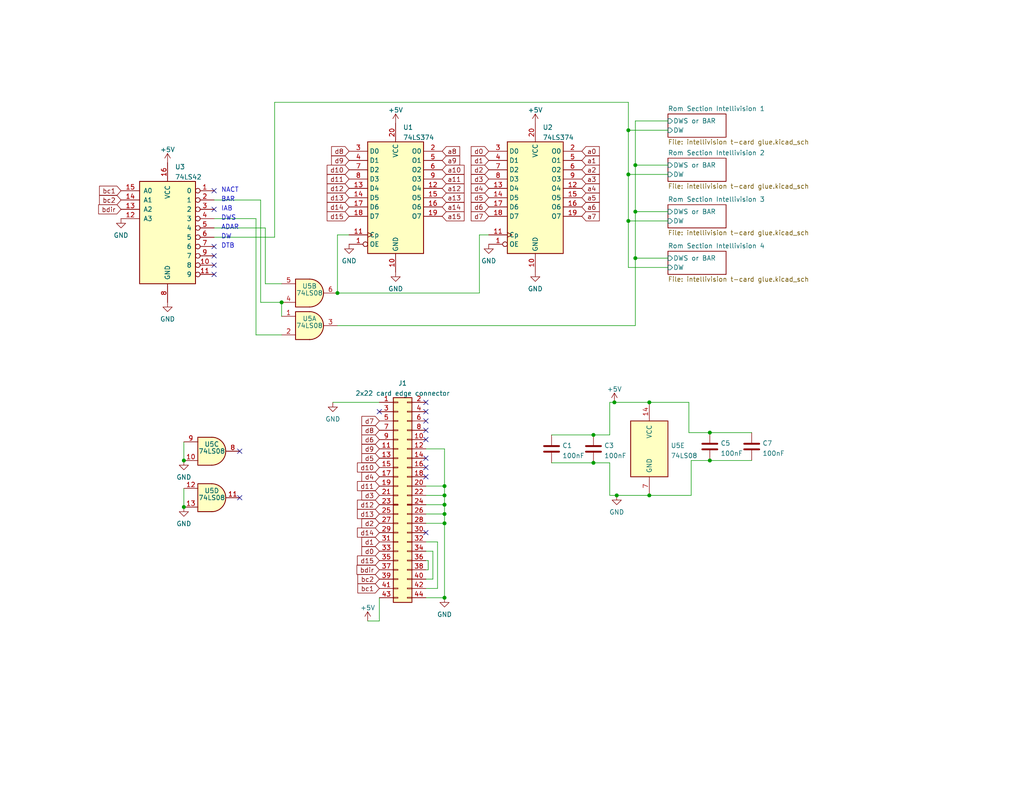
<source format=kicad_sch>
(kicad_sch (version 20211123) (generator eeschema)
  (paper "A")
  (lib_symbols
    (symbol "74xx:74LS08" (pin_names (offset 1.016))
      (property "Reference" "U" (at 0 1.27 0))
      (property "Value" "74LS08" (at 0 -1.27 0))
      (symbol "74LS08_1_1"
        (arc (start 0 -3.81) (mid 3.81 0) (end 0 3.81) (stroke (width 0.254)) (fill (type background)))
        (polyline (pts (xy 0 3.81) (xy -3.81 3.81) (xy -3.81 -3.81) (xy 0 -3.81)) (stroke (width 0.254)) (fill (type background)))
        (pin input line (at -7.62 2.54 0) (length 3.81) (name "~") (number "1"))
        (pin input line (at -7.62 -2.54 0) (length 3.81) (name "~") (number "2"))
        (pin output line (at 7.62 0 180) (length 3.81) (name "~") (number "3"))
      )
      (symbol "74LS08_1_2"
        (arc (start -3.81 -3.81) (mid -2.589 0) (end -3.81 3.81) (stroke (width 0.254)))
        (arc (start -0.6096 -3.81) (mid 2.1855 -2.584) (end 3.81 0) (stroke (width 0.254)) (fill (type background)))
        (polyline (pts (xy -3.81 -3.81) (xy -0.635 -3.81)) (stroke (width 0.254)) (fill (type background)))
        (polyline (pts (xy -3.81 3.81) (xy -0.635 3.81)) (stroke (width 0.254)) (fill (type background)))
        (polyline (pts (xy -0.635 3.81) (xy -3.81 3.81) (xy -3.81 3.81) (xy -3.556 3.4036) (xy -3.0226 2.2606) (xy -2.6924 1.0414) (xy -2.6162 -0.254) (xy -2.7686 -1.4986) (xy -3.175 -2.7178) (xy -3.81 -3.81) (xy -3.81 -3.81) (xy -0.635 -3.81)) (stroke (width -25.4)) (fill (type background)))
        (arc (start 3.81 0) (mid 2.1928 2.5925) (end -0.6096 3.81) (stroke (width 0.254)) (fill (type background)))
        (pin input inverted (at -7.62 2.54 0) (length 4.318) (name "~") (number "1"))
        (pin input inverted (at -7.62 -2.54 0) (length 4.318) (name "~") (number "2"))
        (pin output inverted (at 7.62 0 180) (length 3.81) (name "~") (number "3"))
      )
      (symbol "74LS08_2_1"
        (arc (start 0 -3.81) (mid 3.81 0) (end 0 3.81) (stroke (width 0.254)) (fill (type background)))
        (polyline (pts (xy 0 3.81) (xy -3.81 3.81) (xy -3.81 -3.81) (xy 0 -3.81)) (stroke (width 0.254)) (fill (type background)))
        (pin input line (at -7.62 2.54 0) (length 3.81) (name "~") (number "4"))
        (pin input line (at -7.62 -2.54 0) (length 3.81) (name "~") (number "5"))
        (pin output line (at 7.62 0 180) (length 3.81) (name "~") (number "6"))
      )
      (symbol "74LS08_2_2"
        (arc (start -3.81 -3.81) (mid -2.589 0) (end -3.81 3.81) (stroke (width 0.254)))
        (arc (start -0.6096 -3.81) (mid 2.1855 -2.584) (end 3.81 0) (stroke (width 0.254)) (fill (type background)))
        (polyline (pts (xy -3.81 -3.81) (xy -0.635 -3.81)) (stroke (width 0.254)) (fill (type background)))
        (polyline (pts (xy -3.81 3.81) (xy -0.635 3.81)) (stroke (width 0.254)) (fill (type background)))
        (polyline (pts (xy -0.635 3.81) (xy -3.81 3.81) (xy -3.81 3.81) (xy -3.556 3.4036) (xy -3.0226 2.2606) (xy -2.6924 1.0414) (xy -2.6162 -0.254) (xy -2.7686 -1.4986) (xy -3.175 -2.7178) (xy -3.81 -3.81) (xy -3.81 -3.81) (xy -0.635 -3.81)) (stroke (width -25.4)) (fill (type background)))
        (arc (start 3.81 0) (mid 2.1928 2.5925) (end -0.6096 3.81) (stroke (width 0.254)) (fill (type background)))
        (pin input inverted (at -7.62 2.54 0) (length 4.318) (name "~") (number "4"))
        (pin input inverted (at -7.62 -2.54 0) (length 4.318) (name "~") (number "5"))
        (pin output inverted (at 7.62 0 180) (length 3.81) (name "~") (number "6"))
      )
      (symbol "74LS08_3_1"
        (arc (start 0 -3.81) (mid 3.81 0) (end 0 3.81) (stroke (width 0.254)) (fill (type background)))
        (polyline (pts (xy 0 3.81) (xy -3.81 3.81) (xy -3.81 -3.81) (xy 0 -3.81)) (stroke (width 0.254)) (fill (type background)))
        (pin input line (at -7.62 -2.54 0) (length 3.81) (name "~") (number "10"))
        (pin output line (at 7.62 0 180) (length 3.81) (name "~") (number "8"))
        (pin input line (at -7.62 2.54 0) (length 3.81) (name "~") (number "9"))
      )
      (symbol "74LS08_3_2"
        (arc (start -3.81 -3.81) (mid -2.589 0) (end -3.81 3.81) (stroke (width 0.254)))
        (arc (start -0.6096 -3.81) (mid 2.1855 -2.584) (end 3.81 0) (stroke (width 0.254)) (fill (type background)))
        (polyline (pts (xy -3.81 -3.81) (xy -0.635 -3.81)) (stroke (width 0.254)) (fill (type background)))
        (polyline (pts (xy -3.81 3.81) (xy -0.635 3.81)) (stroke (width 0.254)) (fill (type background)))
        (polyline (pts (xy -0.635 3.81) (xy -3.81 3.81) (xy -3.81 3.81) (xy -3.556 3.4036) (xy -3.0226 2.2606) (xy -2.6924 1.0414) (xy -2.6162 -0.254) (xy -2.7686 -1.4986) (xy -3.175 -2.7178) (xy -3.81 -3.81) (xy -3.81 -3.81) (xy -0.635 -3.81)) (stroke (width -25.4)) (fill (type background)))
        (arc (start 3.81 0) (mid 2.1928 2.5925) (end -0.6096 3.81) (stroke (width 0.254)) (fill (type background)))
        (pin input inverted (at -7.62 -2.54 0) (length 4.318) (name "~") (number "10"))
        (pin output inverted (at 7.62 0 180) (length 3.81) (name "~") (number "8"))
        (pin input inverted (at -7.62 2.54 0) (length 4.318) (name "~") (number "9"))
      )
      (symbol "74LS08_4_1"
        (arc (start 0 -3.81) (mid 3.81 0) (end 0 3.81) (stroke (width 0.254)) (fill (type background)))
        (polyline (pts (xy 0 3.81) (xy -3.81 3.81) (xy -3.81 -3.81) (xy 0 -3.81)) (stroke (width 0.254)) (fill (type background)))
        (pin output line (at 7.62 0 180) (length 3.81) (name "~") (number "11"))
        (pin input line (at -7.62 2.54 0) (length 3.81) (name "~") (number "12"))
        (pin input line (at -7.62 -2.54 0) (length 3.81) (name "~") (number "13"))
      )
      (symbol "74LS08_4_2"
        (arc (start -3.81 -3.81) (mid -2.589 0) (end -3.81 3.81) (stroke (width 0.254)))
        (arc (start -0.6096 -3.81) (mid 2.1855 -2.584) (end 3.81 0) (stroke (width 0.254)) (fill (type background)))
        (polyline (pts (xy -3.81 -3.81) (xy -0.635 -3.81)) (stroke (width 0.254)) (fill (type background)))
        (polyline (pts (xy -3.81 3.81) (xy -0.635 3.81)) (stroke (width 0.254)) (fill (type background)))
        (polyline (pts (xy -0.635 3.81) (xy -3.81 3.81) (xy -3.81 3.81) (xy -3.556 3.4036) (xy -3.0226 2.2606) (xy -2.6924 1.0414) (xy -2.6162 -0.254) (xy -2.7686 -1.4986) (xy -3.175 -2.7178) (xy -3.81 -3.81) (xy -3.81 -3.81) (xy -0.635 -3.81)) (stroke (width -25.4)) (fill (type background)))
        (arc (start 3.81 0) (mid 2.1928 2.5925) (end -0.6096 3.81) (stroke (width 0.254)) (fill (type background)))
        (pin output inverted (at 7.62 0 180) (length 3.81) (name "~") (number "11"))
        (pin input inverted (at -7.62 2.54 0) (length 4.318) (name "~") (number "12"))
        (pin input inverted (at -7.62 -2.54 0) (length 4.318) (name "~") (number "13"))
      )
      (symbol "74LS08_5_0"
        (pin power_in line (at 0 12.7 270) (length 5.08) (name "VCC") (number "14"))
        (pin power_in line (at 0 -12.7 90) (length 5.08) (name "GND") (number "7"))
      )
      (symbol "74LS08_5_1"
        (rectangle (start -5.08 7.62) (end 5.08 -7.62) (stroke (width 0.254)) (fill (type background)))
      )
    )
    (symbol "74xx:74LS374"
      (property "Reference" "U" (at -7.62 16.51 0))
      (property "Value" "74LS374" (at -7.62 -16.51 0))
      (symbol "74LS374_1_0"
        (pin input inverted (at -12.7 -12.7 0) (length 5.08) (name "OE") (number "1"))
        (pin power_in line (at 0 -20.32 90) (length 5.08) (name "GND") (number "10"))
        (pin input clock (at -12.7 -10.16 0) (length 5.08) (name "Cp") (number "11"))
        (pin tri_state line (at 12.7 2.54 180) (length 5.08) (name "O4") (number "12"))
        (pin input line (at -12.7 2.54 0) (length 5.08) (name "D4") (number "13"))
        (pin input line (at -12.7 0 0) (length 5.08) (name "D5") (number "14"))
        (pin tri_state line (at 12.7 0 180) (length 5.08) (name "O5") (number "15"))
        (pin tri_state line (at 12.7 -2.54 180) (length 5.08) (name "O6") (number "16"))
        (pin input line (at -12.7 -2.54 0) (length 5.08) (name "D6") (number "17"))
        (pin input line (at -12.7 -5.08 0) (length 5.08) (name "D7") (number "18"))
        (pin tri_state line (at 12.7 -5.08 180) (length 5.08) (name "O7") (number "19"))
        (pin tri_state line (at 12.7 12.7 180) (length 5.08) (name "O0") (number "2"))
        (pin power_in line (at 0 20.32 270) (length 5.08) (name "VCC") (number "20"))
        (pin input line (at -12.7 12.7 0) (length 5.08) (name "D0") (number "3"))
        (pin input line (at -12.7 10.16 0) (length 5.08) (name "D1") (number "4"))
        (pin tri_state line (at 12.7 10.16 180) (length 5.08) (name "O1") (number "5"))
        (pin tri_state line (at 12.7 7.62 180) (length 5.08) (name "O2") (number "6"))
        (pin input line (at -12.7 7.62 0) (length 5.08) (name "D2") (number "7"))
        (pin input line (at -12.7 5.08 0) (length 5.08) (name "D3") (number "8"))
        (pin tri_state line (at 12.7 5.08 180) (length 5.08) (name "O3") (number "9"))
      )
      (symbol "74LS374_1_1"
        (rectangle (start -7.62 15.24) (end 7.62 -15.24) (stroke (width 0.254)) (fill (type background)))
      )
    )
    (symbol "74xx:74LS42" (pin_names (offset 1.016))
      (property "Reference" "U" (at -7.62 13.97 0))
      (property "Value" "74LS42" (at -7.62 -16.51 0))
      (symbol "74LS42_1_0"
        (pin output inverted (at 12.7 10.16 180) (length 5.08) (name "0") (number "1"))
        (pin output inverted (at 12.7 -10.16 180) (length 5.08) (name "8") (number "10"))
        (pin output inverted (at 12.7 -12.7 180) (length 5.08) (name "9") (number "11"))
        (pin input line (at -12.7 2.54 0) (length 5.08) (name "A3") (number "12"))
        (pin input line (at -12.7 5.08 0) (length 5.08) (name "A2") (number "13"))
        (pin input line (at -12.7 7.62 0) (length 5.08) (name "A1") (number "14"))
        (pin input line (at -12.7 10.16 0) (length 5.08) (name "A0") (number "15"))
        (pin power_in line (at 0 17.78 270) (length 5.08) (name "VCC") (number "16"))
        (pin output inverted (at 12.7 7.62 180) (length 5.08) (name "1") (number "2"))
        (pin output inverted (at 12.7 5.08 180) (length 5.08) (name "2") (number "3"))
        (pin output inverted (at 12.7 2.54 180) (length 5.08) (name "3") (number "4"))
        (pin output inverted (at 12.7 0 180) (length 5.08) (name "4") (number "5"))
        (pin output inverted (at 12.7 -2.54 180) (length 5.08) (name "5") (number "6"))
        (pin output inverted (at 12.7 -5.08 180) (length 5.08) (name "6") (number "7"))
        (pin power_in line (at 0 -20.32 90) (length 5.08) (name "GND") (number "8"))
        (pin output inverted (at 12.7 -7.62 180) (length 5.08) (name "7") (number "9"))
      )
      (symbol "74LS42_1_1"
        (rectangle (start -7.62 12.7) (end 7.62 -15.24) (stroke (width 0.254)) (fill (type background)))
      )
    )
    (symbol "Device:C" (pin_numbers hide) (pin_names (offset 0.254))
      (property "Reference" "C" (at 0.635 2.54 0))
      (property "Value" "C" (at 0.635 -2.54 0))
      (symbol "C_0_1"
        (polyline (pts (xy -2.032 -0.762) (xy 2.032 -0.762)) (stroke (width 0.508)))
        (polyline (pts (xy -2.032 0.762) (xy 2.032 0.762)) (stroke (width 0.508)))
      )
      (symbol "C_1_1"
        (pin passive line (at 0 3.81 270) (length 2.794) (name "~") (number "1"))
        (pin passive line (at 0 -3.81 90) (length 2.794) (name "~") (number "2"))
      )
    )
    (symbol "Evan's misc parts:2x22 card edge connector" (pin_names (offset 1.016) hide)
      (property "Reference" "J" (at 1.27 15.24 0))
      (property "Value" "2x22 card edge connector" (at 1.27 -43.18 0))
      (symbol "2x22 card edge connector_1_1"
        (rectangle (start -1.27 -40.513) (end 0 -40.767) (stroke (width 0.1524)))
        (rectangle (start -1.27 -37.973) (end 0 -38.227) (stroke (width 0.1524)))
        (rectangle (start -1.27 -35.433) (end 0 -35.687) (stroke (width 0.1524)))
        (rectangle (start -1.27 -32.893) (end 0 -33.147) (stroke (width 0.1524)))
        (rectangle (start -1.27 -30.353) (end 0 -30.607) (stroke (width 0.1524)))
        (rectangle (start -1.27 -27.813) (end 0 -28.067) (stroke (width 0.1524)))
        (rectangle (start -1.27 -25.273) (end 0 -25.527) (stroke (width 0.1524)))
        (rectangle (start -1.27 -22.733) (end 0 -22.987) (stroke (width 0.1524)))
        (rectangle (start -1.27 -20.193) (end 0 -20.447) (stroke (width 0.1524)))
        (rectangle (start -1.27 -17.653) (end 0 -17.907) (stroke (width 0.1524)))
        (rectangle (start -1.27 -15.113) (end 0 -15.367) (stroke (width 0.1524)))
        (rectangle (start -1.27 -15.113) (end 0 -15.367) (stroke (width 0.1524)))
        (rectangle (start -1.27 -12.573) (end 0 -12.827) (stroke (width 0.1524)))
        (rectangle (start -1.27 -10.033) (end 0 -10.287) (stroke (width 0.1524)))
        (rectangle (start -1.27 -7.493) (end 0 -7.747) (stroke (width 0.1524)))
        (rectangle (start -1.27 -4.953) (end 0 -5.207) (stroke (width 0.1524)))
        (rectangle (start -1.27 -2.413) (end 0 -2.667) (stroke (width 0.1524)))
        (rectangle (start -1.27 0.127) (end 0 -0.127) (stroke (width 0.1524)))
        (rectangle (start -1.27 2.667) (end 0 2.413) (stroke (width 0.1524)))
        (rectangle (start -1.27 5.207) (end 0 4.953) (stroke (width 0.1524)))
        (rectangle (start -1.27 7.747) (end 0 7.493) (stroke (width 0.1524)))
        (rectangle (start -1.27 10.287) (end 0 10.033) (stroke (width 0.1524)))
        (rectangle (start -1.27 12.827) (end 0 12.573) (stroke (width 0.1524)))
        (rectangle (start -1.27 13.97) (end 3.81 -41.91) (stroke (width 0.254)) (fill (type background)))
        (rectangle (start 3.81 -40.513) (end 2.54 -40.767) (stroke (width 0.1524)))
        (rectangle (start 3.81 -37.973) (end 2.54 -38.227) (stroke (width 0.1524)))
        (rectangle (start 3.81 -35.433) (end 2.54 -35.687) (stroke (width 0.1524)))
        (rectangle (start 3.81 -32.893) (end 2.54 -33.147) (stroke (width 0.1524)))
        (rectangle (start 3.81 -30.353) (end 2.54 -30.607) (stroke (width 0.1524)))
        (rectangle (start 3.81 -27.813) (end 2.54 -28.067) (stroke (width 0.1524)))
        (rectangle (start 3.81 -25.273) (end 2.54 -25.527) (stroke (width 0.1524)))
        (rectangle (start 3.81 -22.733) (end 2.54 -22.987) (stroke (width 0.1524)))
        (rectangle (start 3.81 -20.193) (end 2.54 -20.447) (stroke (width 0.1524)))
        (rectangle (start 3.81 -17.653) (end 2.54 -17.907) (stroke (width 0.1524)))
        (rectangle (start 3.81 -15.113) (end 2.54 -15.367) (stroke (width 0.1524)))
        (rectangle (start 3.81 -15.113) (end 2.54 -15.367) (stroke (width 0.1524)))
        (rectangle (start 3.81 -12.573) (end 2.54 -12.827) (stroke (width 0.1524)))
        (rectangle (start 3.81 -10.033) (end 2.54 -10.287) (stroke (width 0.1524)))
        (rectangle (start 3.81 -7.493) (end 2.54 -7.747) (stroke (width 0.1524)))
        (rectangle (start 3.81 -4.953) (end 2.54 -5.207) (stroke (width 0.1524)))
        (rectangle (start 3.81 -2.413) (end 2.54 -2.667) (stroke (width 0.1524)))
        (rectangle (start 3.81 0.127) (end 2.54 -0.127) (stroke (width 0.1524)))
        (rectangle (start 3.81 2.667) (end 2.54 2.413) (stroke (width 0.1524)))
        (rectangle (start 3.81 5.207) (end 2.54 4.953) (stroke (width 0.1524)))
        (rectangle (start 3.81 7.747) (end 2.54 7.493) (stroke (width 0.1524)))
        (rectangle (start 3.81 10.287) (end 2.54 10.033) (stroke (width 0.1524)))
        (rectangle (start 3.81 12.827) (end 2.54 12.573) (stroke (width 0.1524)))
        (pin passive line (at -5.08 12.7 0) (length 3.81) (name "Pin_1") (number "1"))
        (pin passive line (at 7.62 2.54 180) (length 3.81) (name "Pin_10") (number "10"))
        (pin passive line (at -5.08 0 0) (length 3.81) (name "Pin_11") (number "11"))
        (pin passive line (at 7.62 0 180) (length 3.81) (name "Pin_12") (number "12"))
        (pin passive line (at -5.08 -2.54 0) (length 3.81) (name "Pin_13") (number "13"))
        (pin passive line (at 7.62 -2.54 180) (length 3.81) (name "Pin_14") (number "14"))
        (pin passive line (at -5.08 -5.08 0) (length 3.81) (name "Pin_15") (number "15"))
        (pin passive line (at 7.62 -5.08 180) (length 3.81) (name "Pin_16") (number "16"))
        (pin passive line (at -5.08 -7.62 0) (length 3.81) (name "Pin_17") (number "17"))
        (pin passive line (at 7.62 -7.62 180) (length 3.81) (name "Pin_18") (number "18"))
        (pin passive line (at -5.08 -10.16 0) (length 3.81) (name "Pin_19") (number "19"))
        (pin passive line (at 7.62 12.7 180) (length 3.81) (name "Pin_2") (number "2"))
        (pin passive line (at 7.62 -10.16 180) (length 3.81) (name "Pin_20") (number "20"))
        (pin passive line (at -5.08 -12.7 0) (length 3.81) (name "Pin_21") (number "21"))
        (pin passive line (at 7.62 -12.7 180) (length 3.81) (name "Pin_22") (number "22"))
        (pin passive line (at -5.08 -15.24 0) (length 3.81) (name "Pin_23") (number "23"))
        (pin passive line (at 7.62 -15.24 180) (length 3.81) (name "Pin_24") (number "24"))
        (pin passive line (at -5.08 -17.78 0) (length 3.81) (name "Pin_25") (number "25"))
        (pin passive line (at 7.62 -17.78 180) (length 3.81) (name "Pin_26") (number "26"))
        (pin passive line (at -5.08 -20.32 0) (length 3.81) (name "Pin_27") (number "27"))
        (pin passive line (at 7.62 -20.32 180) (length 3.81) (name "Pin_28") (number "28"))
        (pin passive line (at -5.08 -22.86 0) (length 3.81) (name "Pin_29") (number "29"))
        (pin passive line (at -5.08 10.16 0) (length 3.81) (name "Pin_3") (number "3"))
        (pin passive line (at 7.62 -22.86 180) (length 3.81) (name "Pin_30") (number "30"))
        (pin passive line (at -5.08 -25.4 0) (length 3.81) (name "Pin_31") (number "31"))
        (pin passive line (at 7.62 -25.4 180) (length 3.81) (name "Pin_32") (number "32"))
        (pin passive line (at -5.08 -27.94 0) (length 3.81) (name "Pin_33") (number "33"))
        (pin passive line (at 7.62 -27.94 180) (length 3.81) (name "Pin_34") (number "34"))
        (pin passive line (at -5.08 -30.48 0) (length 3.81) (name "Pin_35") (number "35"))
        (pin passive line (at 7.62 -30.48 180) (length 3.81) (name "Pin_36") (number "36"))
        (pin passive line (at -5.08 -33.02 0) (length 3.81) (name "Pin_37") (number "37"))
        (pin passive line (at 7.62 -33.02 180) (length 3.81) (name "Pin_38") (number "38"))
        (pin passive line (at -5.08 -35.56 0) (length 3.81) (name "Pin_39") (number "39"))
        (pin passive line (at 7.62 10.16 180) (length 3.81) (name "Pin_4") (number "4"))
        (pin passive line (at 7.62 -35.56 180) (length 3.81) (name "Pin_40") (number "40"))
        (pin passive line (at -5.08 -38.1 0) (length 3.81) (name "Pin_41") (number "41"))
        (pin passive line (at 7.62 -38.1 180) (length 3.81) (name "Pin_42") (number "42"))
        (pin passive line (at -5.08 -40.64 0) (length 3.81) (name "Pin_43") (number "43"))
        (pin passive line (at 7.62 -40.64 180) (length 3.81) (name "Pin_44") (number "44"))
        (pin passive line (at -5.08 7.62 0) (length 3.81) (name "Pin_5") (number "5"))
        (pin passive line (at 7.62 7.62 180) (length 3.81) (name "Pin_6") (number "6"))
        (pin passive line (at -5.08 5.08 0) (length 3.81) (name "Pin_7") (number "7"))
        (pin passive line (at 7.62 5.08 180) (length 3.81) (name "Pin_8") (number "8"))
        (pin passive line (at -5.08 2.54 0) (length 3.81) (name "Pin_9") (number "9"))
      )
    )
    (symbol "power:+5V" (power) (pin_names (offset 0))
      (property "Value" "+5V" (at 0 3.556 0))
      (symbol "+5V_0_1"
        (polyline (pts (xy -0.762 1.27) (xy 0 2.54)))
        (polyline (pts (xy 0 0) (xy 0 2.54)))
        (polyline (pts (xy 0 2.54) (xy 0.762 1.27)))
      )
      (symbol "+5V_1_1"
        (pin power_in line (at 0 0 90) (length 0) hide (name "+5V") (number "1"))
      )
    )
    (symbol "power:GND" (power) (pin_names (offset 0))
      (property "Value" "GND" (at 0 -3.81 0))
      (symbol "GND_0_1"
        (polyline (pts (xy 0 0) (xy 0 -1.27) (xy 1.27 -1.27) (xy 0 -2.54) (xy -1.27 -1.27) (xy 0 -1.27)))
      )
      (symbol "GND_1_1"
        (pin power_in line (at 0 0 270) (length 0) hide (name "GND") (number "1"))
      )
    )
  )
  (junction (at 121.285 142.875))
  (junction (at 76.835 82.55))
  (junction (at 167.64 109.855))
  (junction (at 171.45 47.625))
  (junction (at 177.165 135.255))
  (junction (at 121.285 132.715))
  (junction (at 173.355 45.085))
  (junction (at 171.45 60.325))
  (junction (at 171.45 35.56))
  (junction (at 121.285 163.195))
  (junction (at 50.165 125.73))
  (junction (at 173.355 57.785))
  (junction (at 168.275 135.255))
  (junction (at 50.165 138.43))
  (junction (at 193.675 125.73))
  (junction (at 121.285 137.795))
  (junction (at 161.925 118.745))
  (junction (at 92.075 80.01))
  (junction (at 121.285 140.335))
  (junction (at 173.355 70.485))
  (junction (at 161.925 126.365))
  (junction (at 121.285 135.255))
  (junction (at 177.165 109.855))
  (junction (at 193.675 118.11))
  (no_connect (at 116.205 127.635))
  (no_connect (at 116.205 130.175))
  (no_connect (at 116.205 125.095))
  (no_connect (at 116.205 117.475))
  (no_connect (at 116.205 109.855))
  (no_connect (at 116.205 120.015))
  (no_connect (at 116.205 112.395))
  (no_connect (at 116.205 114.935))
  (no_connect (at 116.205 145.415))
  (no_connect (at 65.405 123.19))
  (no_connect (at 65.405 135.89))
  (no_connect (at 103.505 112.395))
  (no_connect (at 58.42 52.07))
  (no_connect (at 58.42 74.93))
  (no_connect (at 58.42 72.39))
  (no_connect (at 58.42 69.85))
  (no_connect (at 58.42 67.31))
  (no_connect (at 58.42 57.15))
  (wire (pts (xy 161.925 118.745) (xy 166.37 118.745)))
  (wire (pts (xy 173.355 33.02) (xy 173.355 45.085)))
  (wire (pts (xy 173.355 57.785) (xy 182.245 57.785)))
  (wire (pts (xy 133.35 64.135) (xy 130.81 64.135)))
  (wire (pts (xy 116.205 160.655) (xy 119.38 160.655)))
  (wire (pts (xy 171.45 60.325) (xy 182.245 60.325)))
  (wire (pts (xy 205.105 125.73) (xy 193.675 125.73)))
  (wire (pts (xy 173.355 57.785) (xy 173.355 70.485)))
  (wire (pts (xy 205.105 118.11) (xy 193.675 118.11)))
  (wire (pts (xy 177.165 135.255) (xy 188.595 135.255)))
  (wire (pts (xy 171.45 35.56) (xy 171.45 47.625)))
  (wire (pts (xy 119.38 147.955) (xy 116.205 147.955)))
  (wire (pts (xy 58.42 62.23) (xy 72.39 62.23)))
  (wire (pts (xy 171.45 35.56) (xy 182.245 35.56)))
  (wire (pts (xy 166.37 109.855) (xy 167.64 109.855)))
  (wire (pts (xy 121.285 122.555) (xy 116.205 122.555)))
  (wire (pts (xy 69.85 91.44) (xy 76.835 91.44)))
  (wire (pts (xy 58.42 59.69) (xy 69.85 59.69)))
  (wire (pts (xy 116.205 153.035) (xy 116.84 153.035)))
  (wire (pts (xy 118.11 158.115) (xy 116.205 158.115)))
  (wire (pts (xy 166.37 135.255) (xy 168.275 135.255)))
  (wire (pts (xy 193.675 118.11) (xy 187.96 118.11)))
  (wire (pts (xy 58.42 64.77) (xy 74.93 64.77)))
  (wire (pts (xy 171.45 47.625) (xy 182.245 47.625)))
  (wire (pts (xy 121.285 142.875) (xy 116.205 142.875)))
  (wire (pts (xy 116.205 150.495) (xy 118.11 150.495)))
  (wire (pts (xy 118.11 150.495) (xy 118.11 158.115)))
  (wire (pts (xy 103.505 169.545) (xy 103.505 163.195)))
  (wire (pts (xy 72.39 62.23) (xy 72.39 77.47)))
  (wire (pts (xy 58.42 54.61) (xy 71.12 54.61)))
  (wire (pts (xy 161.925 126.365) (xy 150.495 126.365)))
  (wire (pts (xy 92.075 80.01) (xy 130.81 80.01)))
  (wire (pts (xy 121.285 140.335) (xy 121.285 137.795)))
  (wire (pts (xy 121.285 163.195) (xy 121.285 142.875)))
  (wire (pts (xy 50.165 120.65) (xy 50.165 125.73)))
  (wire (pts (xy 121.285 137.795) (xy 116.205 137.795)))
  (wire (pts (xy 168.275 135.255) (xy 177.165 135.255)))
  (wire (pts (xy 193.675 125.73) (xy 188.595 125.73)))
  (wire (pts (xy 119.38 160.655) (xy 119.38 147.955)))
  (wire (pts (xy 130.81 64.135) (xy 130.81 80.01)))
  (wire (pts (xy 92.075 64.135) (xy 92.075 80.01)))
  (wire (pts (xy 173.355 45.085) (xy 182.245 45.085)))
  (wire (pts (xy 71.12 54.61) (xy 71.12 82.55)))
  (wire (pts (xy 177.165 109.855) (xy 187.96 109.855)))
  (wire (pts (xy 171.45 27.94) (xy 171.45 35.56)))
  (wire (pts (xy 116.84 153.035) (xy 116.84 155.575)))
  (wire (pts (xy 167.64 109.855) (xy 177.165 109.855)))
  (wire (pts (xy 121.285 137.795) (xy 121.285 135.255)))
  (wire (pts (xy 74.93 27.94) (xy 74.93 64.77)))
  (wire (pts (xy 182.245 70.485) (xy 173.355 70.485)))
  (wire (pts (xy 171.45 27.94) (xy 74.93 27.94)))
  (wire (pts (xy 166.37 126.365) (xy 161.925 126.365)))
  (wire (pts (xy 50.165 133.35) (xy 50.165 138.43)))
  (wire (pts (xy 121.285 142.875) (xy 121.285 140.335)))
  (wire (pts (xy 188.595 125.73) (xy 188.595 135.255)))
  (wire (pts (xy 166.37 135.255) (xy 166.37 126.365)))
  (wire (pts (xy 173.355 70.485) (xy 173.355 88.9)))
  (wire (pts (xy 71.12 82.55) (xy 76.835 82.55)))
  (wire (pts (xy 92.075 88.9) (xy 173.355 88.9)))
  (wire (pts (xy 116.84 155.575) (xy 116.205 155.575)))
  (wire (pts (xy 121.285 163.195) (xy 116.205 163.195)))
  (wire (pts (xy 187.96 118.11) (xy 187.96 109.855)))
  (wire (pts (xy 95.25 64.135) (xy 92.075 64.135)))
  (wire (pts (xy 69.85 59.69) (xy 69.85 91.44)))
  (wire (pts (xy 173.355 45.085) (xy 173.355 57.785)))
  (wire (pts (xy 150.495 118.745) (xy 161.925 118.745)))
  (wire (pts (xy 121.285 140.335) (xy 116.205 140.335)))
  (wire (pts (xy 182.245 33.02) (xy 173.355 33.02)))
  (wire (pts (xy 171.45 60.325) (xy 171.45 73.025)))
  (wire (pts (xy 121.285 135.255) (xy 121.285 132.715)))
  (wire (pts (xy 121.285 132.715) (xy 116.205 132.715)))
  (wire (pts (xy 171.45 73.025) (xy 182.245 73.025)))
  (wire (pts (xy 171.45 47.625) (xy 171.45 60.325)))
  (wire (pts (xy 100.33 169.545) (xy 103.505 169.545)))
  (wire (pts (xy 166.37 118.745) (xy 166.37 109.855)))
  (wire (pts (xy 76.835 82.55) (xy 76.835 86.36)))
  (wire (pts (xy 72.39 77.47) (xy 76.835 77.47)))
  (wire (pts (xy 121.285 122.555) (xy 121.285 132.715)))
  (wire (pts (xy 90.805 109.855) (xy 103.505 109.855)))
  (wire (pts (xy 121.285 135.255) (xy 116.205 135.255)))
  (text "ADAR" (at 60.325 62.865 0) (effects (font (size 1.27 1.27)) (justify left bottom)))
  (text "DTB" (at 60.325 67.945 0) (effects (font (size 1.27 1.27)) (justify left bottom)))
  (text "IAB" (at 60.325 57.785 0) (effects (font (size 1.27 1.27)) (justify left bottom)))
  (text "BAR" (at 60.325 55.245 0) (effects (font (size 1.27 1.27)) (justify left bottom)))
  (text "DWS" (at 60.325 60.325 0) (effects (font (size 1.27 1.27)) (justify left bottom)))
  (text "NACT" (at 60.325 52.705 0) (effects (font (size 1.27 1.27)) (justify left bottom)))
  (text "DW" (at 60.325 65.405 0) (effects (font (size 1.27 1.27)) (justify left bottom)))
  (global_label "d3" (shape input) (at 103.505 135.255 180) (property "Intersheet References" "${INTERSHEET_REFS}" (effects hide)))
  (global_label "d4" (shape input) (at 133.35 51.435 180) (property "Intersheet References" "${INTERSHEET_REFS}" (effects hide)))
  (global_label "a8" (shape input) (at 120.65 41.275 0) (property "Intersheet References" "${INTERSHEET_REFS}" (effects hide)))
  (global_label "d5" (shape input) (at 133.35 53.975 180) (property "Intersheet References" "${INTERSHEET_REFS}" (effects hide)))
  (global_label "bc1" (shape input) (at 33.02 52.07 180) (property "Intersheet References" "${INTERSHEET_REFS}" (effects hide)))
  (global_label "a9" (shape input) (at 120.65 43.815 0) (property "Intersheet References" "${INTERSHEET_REFS}" (effects hide)))
  (global_label "a12" (shape input) (at 120.65 51.435 0) (property "Intersheet References" "${INTERSHEET_REFS}" (effects hide)))
  (global_label "d0" (shape input) (at 133.35 41.275 180) (property "Intersheet References" "${INTERSHEET_REFS}" (effects hide)))
  (global_label "d10" (shape input) (at 95.25 46.355 180) (property "Intersheet References" "${INTERSHEET_REFS}" (effects hide)))
  (global_label "a3" (shape input) (at 158.75 48.895 0) (property "Intersheet References" "${INTERSHEET_REFS}" (effects hide)))
  (global_label "d0" (shape input) (at 103.505 150.495 180) (property "Intersheet References" "${INTERSHEET_REFS}" (effects hide)))
  (global_label "d14" (shape input) (at 95.25 56.515 180) (property "Intersheet References" "${INTERSHEET_REFS}" (effects hide)))
  (global_label "a15" (shape input) (at 120.65 59.055 0) (property "Intersheet References" "${INTERSHEET_REFS}" (effects hide)))
  (global_label "d9" (shape input) (at 95.25 43.815 180) (property "Intersheet References" "${INTERSHEET_REFS}" (effects hide)))
  (global_label "d8" (shape input) (at 103.505 117.475 180) (property "Intersheet References" "${INTERSHEET_REFS}" (effects hide)))
  (global_label "d10" (shape input) (at 103.505 127.635 180) (property "Intersheet References" "${INTERSHEET_REFS}" (effects hide)))
  (global_label "a10" (shape input) (at 120.65 46.355 0) (property "Intersheet References" "${INTERSHEET_REFS}" (effects hide)))
  (global_label "d1" (shape input) (at 103.505 147.955 180) (property "Intersheet References" "${INTERSHEET_REFS}" (effects hide)))
  (global_label "a7" (shape input) (at 158.75 59.055 0) (property "Intersheet References" "${INTERSHEET_REFS}" (effects hide)))
  (global_label "a14" (shape input) (at 120.65 56.515 0) (property "Intersheet References" "${INTERSHEET_REFS}" (effects hide)))
  (global_label "d15" (shape input) (at 95.25 59.055 180) (property "Intersheet References" "${INTERSHEET_REFS}" (effects hide)))
  (global_label "d5" (shape input) (at 103.505 125.095 180) (property "Intersheet References" "${INTERSHEET_REFS}" (effects hide)))
  (global_label "d15" (shape input) (at 103.505 153.035 180) (property "Intersheet References" "${INTERSHEET_REFS}" (effects hide)))
  (global_label "d6" (shape input) (at 103.505 120.015 180) (property "Intersheet References" "${INTERSHEET_REFS}" (effects hide)))
  (global_label "d4" (shape input) (at 103.505 130.175 180) (property "Intersheet References" "${INTERSHEET_REFS}" (effects hide)))
  (global_label "d14" (shape input) (at 103.505 145.415 180) (property "Intersheet References" "${INTERSHEET_REFS}" (effects hide)))
  (global_label "a6" (shape input) (at 158.75 56.515 0) (property "Intersheet References" "${INTERSHEET_REFS}" (effects hide)))
  (global_label "d7" (shape input) (at 133.35 59.055 180) (property "Intersheet References" "${INTERSHEET_REFS}" (effects hide)))
  (global_label "a2" (shape input) (at 158.75 46.355 0) (property "Intersheet References" "${INTERSHEET_REFS}" (effects hide)))
  (global_label "d12" (shape input) (at 103.505 137.795 180) (property "Intersheet References" "${INTERSHEET_REFS}" (effects hide)))
  (global_label "d9" (shape input) (at 103.505 122.555 180) (property "Intersheet References" "${INTERSHEET_REFS}" (effects hide)))
  (global_label "d2" (shape input) (at 103.505 142.875 180) (property "Intersheet References" "${INTERSHEET_REFS}" (effects hide)))
  (global_label "d7" (shape input) (at 103.505 114.935 180) (property "Intersheet References" "${INTERSHEET_REFS}" (effects hide)))
  (global_label "d6" (shape input) (at 133.35 56.515 180) (property "Intersheet References" "${INTERSHEET_REFS}" (effects hide)))
  (global_label "d13" (shape input) (at 103.505 140.335 180) (property "Intersheet References" "${INTERSHEET_REFS}" (effects hide)))
  (global_label "d13" (shape input) (at 95.25 53.975 180) (property "Intersheet References" "${INTERSHEET_REFS}" (effects hide)))
  (global_label "a0" (shape input) (at 158.75 41.275 0) (property "Intersheet References" "${INTERSHEET_REFS}" (effects hide)))
  (global_label "a13" (shape input) (at 120.65 53.975 0) (property "Intersheet References" "${INTERSHEET_REFS}" (effects hide)))
  (global_label "d2" (shape input) (at 133.35 46.355 180) (property "Intersheet References" "${INTERSHEET_REFS}" (effects hide)))
  (global_label "a5" (shape input) (at 158.75 53.975 0) (property "Intersheet References" "${INTERSHEET_REFS}" (effects hide)))
  (global_label "d11" (shape input) (at 95.25 48.895 180) (property "Intersheet References" "${INTERSHEET_REFS}" (effects hide)))
  (global_label "a1" (shape input) (at 158.75 43.815 0) (property "Intersheet References" "${INTERSHEET_REFS}" (effects hide)))
  (global_label "d11" (shape input) (at 103.505 132.715 180) (property "Intersheet References" "${INTERSHEET_REFS}" (effects hide)))
  (global_label "d3" (shape input) (at 133.35 48.895 180) (property "Intersheet References" "${INTERSHEET_REFS}" (effects hide)))
  (global_label "bc2" (shape input) (at 33.02 54.61 180) (property "Intersheet References" "${INTERSHEET_REFS}" (effects hide)))
  (global_label "a11" (shape input) (at 120.65 48.895 0) (property "Intersheet References" "${INTERSHEET_REFS}" (effects hide)))
  (global_label "bc1" (shape input) (at 103.505 160.655 180) (property "Intersheet References" "${INTERSHEET_REFS}" (effects hide)))
  (global_label "bdir" (shape input) (at 103.505 155.575 180) (property "Intersheet References" "${INTERSHEET_REFS}" (effects hide)))
  (global_label "d12" (shape input) (at 95.25 51.435 180) (property "Intersheet References" "${INTERSHEET_REFS}" (effects hide)))
  (global_label "bdir" (shape input) (at 33.02 57.15 180) (property "Intersheet References" "${INTERSHEET_REFS}" (effects hide)))
  (global_label "d8" (shape input) (at 95.25 41.275 180) (property "Intersheet References" "${INTERSHEET_REFS}" (effects hide)))
  (global_label "a4" (shape input) (at 158.75 51.435 0) (property "Intersheet References" "${INTERSHEET_REFS}" (effects hide)))
  (global_label "d1" (shape input) (at 133.35 43.815 180) (property "Intersheet References" "${INTERSHEET_REFS}" (effects hide)))
  (global_label "bc2" (shape input) (at 103.505 158.115 180) (property "Intersheet References" "${INTERSHEET_REFS}" (effects hide)))
  (symbol (lib_id "74xx:74LS42") (at 45.72 62.23 0) (unit 1)
    (property "Reference" "U3" (at 47.7394 45.5635 0) (effects (justify left)))
    (property "Value" "74LS42" (at 47.7394 48.3386 0) (effects (justify left)))
    (property "Footprint" "Package_DIP:DIP-16_W7.62mm" (effects hide))
    (property "Datasheet" "http://www.ti.com/lit/gpn/sn74LS42" (effects hide))
  )
  (symbol (lib_id "Device:C") (at 150.495 122.555 0) (unit 1)
    (property "Reference" "C1" (at 153.416 121.6465 0) (effects (justify left)))
    (property "Value" "100nF" (at 153.416 124.4216 0) (effects (justify left)))
    (property "Footprint" "Capacitor_THT:C_Disc_D3.8mm_W2.6mm_P2.50mm" (effects hide))
  )
  (symbol (lib_id "power:+5V") (at 107.95 33.655 0) (unit 1)
    (property "Reference" "#PWR011" (effects hide))
    (property "Value" "+5V" (at 107.95 30.0505 0))
  )
  (symbol (lib_id "74xx:74LS374") (at 107.95 53.975 0) (unit 1)
    (property "Reference" "U1" (at 109.9694 34.7685 0) (effects (justify left)))
    (property "Value" "74LS374" (at 109.9694 37.5436 0) (effects (justify left)))
    (property "Footprint" "Package_DIP:DIP-20_W7.62mm" (effects hide))
    (property "Datasheet" "http://www.ti.com/lit/gpn/sn74LS374" (effects hide))
  )
  (symbol (lib_id "Device:C") (at 161.925 122.555 0) (unit 1)
    (property "Reference" "C3" (at 164.846 121.6465 0) (effects (justify left)))
    (property "Value" "100nF" (at 164.846 124.4216 0) (effects (justify left)))
    (property "Footprint" "Capacitor_THT:C_Disc_D3.8mm_W2.6mm_P2.50mm" (effects hide))
  )
  (symbol (lib_id "74xx:74LS08") (at 57.785 135.89 0) (unit 4)
    (property "Reference" "U5" (at 57.785 133.985 0))
    (property "Value" "74LS08" (at 57.785 135.89 0))
    (property "Footprint" "Package_DIP:DIP-14_W7.62mm" (effects hide))
    (property "Datasheet" "http://www.ti.com/lit/gpn/sn74LS08" (effects hide))
  )
  (symbol (lib_id "power:GND") (at 95.25 66.675 0) (unit 1)
    (property "Reference" "#PWR09" (effects hide))
    (property "Value" "GND" (at 95.25 71.2375 0))
  )
  (symbol (lib_id "power:+5V") (at 45.72 44.45 0) (unit 1)
    (property "Reference" "#PWR06" (effects hide))
    (property "Value" "+5V" (at 45.72 40.8455 0))
  )
  (symbol (lib_id "Evan's misc parts:2x22 card edge connector") (at 108.585 122.555 0) (unit 1)
    (property "Reference" "J1" (at 109.855 104.6185 0))
    (property "Value" "2x22 card edge connector" (at 109.855 107.3936 0))
    (property "Footprint" "Evan's misc parts:edge mounted 44 pin card edge connector (2x22 pin)" (effects hide))
  )
  (symbol (lib_id "power:GND") (at 107.95 74.295 0) (unit 1)
    (property "Reference" "#PWR012" (effects hide))
    (property "Value" "GND" (at 107.95 78.8575 0))
  )
  (symbol (lib_id "Device:C") (at 205.105 121.92 0) (unit 1)
    (property "Reference" "C7" (at 208.026 121.0115 0) (effects (justify left)))
    (property "Value" "100nF" (at 208.026 123.7866 0) (effects (justify left)))
    (property "Footprint" "Capacitor_THT:C_Disc_D3.8mm_W2.6mm_P2.50mm" (effects hide))
  )
  (symbol (lib_id "power:GND") (at 90.805 109.855 0) (unit 1)
    (property "Reference" "#PWR08" (effects hide))
    (property "Value" "GND" (at 90.805 114.4175 0))
  )
  (symbol (lib_id "power:GND") (at 168.275 135.255 0) (unit 1)
    (property "Reference" "#PWR018" (effects hide))
    (property "Value" "GND" (at 168.275 139.8175 0))
  )
  (symbol (lib_id "power:GND") (at 45.72 82.55 0) (unit 1)
    (property "Reference" "#PWR07" (effects hide))
    (property "Value" "GND" (at 45.72 87.1125 0))
  )
  (symbol (lib_id "74xx:74LS08") (at 84.455 80.01 0) (mirror x) (unit 2)
    (property "Reference" "U5" (at 84.455 78.105 0))
    (property "Value" "74LS08" (at 84.455 80.01 0))
    (property "Footprint" "Package_DIP:DIP-14_W7.62mm" (effects hide))
    (property "Datasheet" "http://www.ti.com/lit/gpn/sn74LS08" (effects hide))
  )
  (symbol (lib_id "74xx:74LS08") (at 84.455 88.9 0) (unit 1)
    (property "Reference" "U5" (at 84.455 86.995 0))
    (property "Value" "74LS08" (at 84.455 88.9 0))
    (property "Footprint" "Package_DIP:DIP-14_W7.62mm" (effects hide))
    (property "Datasheet" "http://www.ti.com/lit/gpn/sn74LS08" (effects hide))
  )
  (symbol (lib_id "power:+5V") (at 146.05 33.655 0) (unit 1)
    (property "Reference" "#PWR015" (effects hide))
    (property "Value" "+5V" (at 146.05 30.0505 0))
  )
  (symbol (lib_id "power:+5V") (at 100.33 169.545 0) (unit 1)
    (property "Reference" "#PWR010" (effects hide))
    (property "Value" "+5V" (at 100.33 165.9405 0))
  )
  (symbol (lib_id "power:GND") (at 146.05 74.295 0) (unit 1)
    (property "Reference" "#PWR016" (effects hide))
    (property "Value" "GND" (at 146.05 78.8575 0))
  )
  (symbol (lib_id "74xx:74LS374") (at 146.05 53.975 0) (unit 1)
    (property "Reference" "U2" (at 148.0694 34.7685 0) (effects (justify left)))
    (property "Value" "74LS374" (at 148.0694 37.5436 0) (effects (justify left)))
    (property "Footprint" "Package_DIP:DIP-20_W7.62mm" (effects hide))
    (property "Datasheet" "http://www.ti.com/lit/gpn/sn74LS374" (effects hide))
  )
  (symbol (lib_id "74xx:74LS08") (at 177.165 122.555 0) (unit 5)
    (property "Reference" "U5" (at 183.007 121.6465 0) (effects (justify left)))
    (property "Value" "74LS08" (at 183.007 124.4216 0) (effects (justify left)))
    (property "Footprint" "Package_DIP:DIP-14_W7.62mm" (effects hide))
    (property "Datasheet" "http://www.ti.com/lit/gpn/sn74LS08" (effects hide))
  )
  (symbol (lib_id "power:GND") (at 133.35 66.675 0) (unit 1)
    (property "Reference" "#PWR014" (effects hide))
    (property "Value" "GND" (at 133.35 71.2375 0))
  )
  (symbol (lib_id "power:GND") (at 121.285 163.195 0) (unit 1)
    (property "Reference" "#PWR013" (effects hide))
    (property "Value" "GND" (at 121.285 167.7575 0))
  )
  (symbol (lib_id "power:+5V") (at 167.64 109.855 0) (unit 1)
    (property "Reference" "#PWR017" (effects hide))
    (property "Value" "+5V" (at 167.64 106.2505 0))
  )
  (symbol (lib_id "power:GND") (at 50.165 138.43 0) (unit 1)
    (property "Reference" "#PWR05" (effects hide))
    (property "Value" "GND" (at 50.165 142.9925 0))
  )
  (symbol (lib_id "power:GND") (at 33.02 59.69 0) (unit 1)
    (property "Reference" "#PWR01" (effects hide))
    (property "Value" "GND" (at 33.02 64.2525 0))
  )
  (symbol (lib_id "power:GND") (at 50.165 125.73 0) (unit 1)
    (property "Reference" "#PWR04" (effects hide))
    (property "Value" "GND" (at 50.165 130.2925 0))
  )
  (symbol (lib_id "74xx:74LS08") (at 57.785 123.19 0) (unit 3)
    (property "Reference" "U5" (at 57.785 121.285 0))
    (property "Value" "74LS08" (at 57.785 123.19 0))
    (property "Footprint" "Package_DIP:DIP-14_W7.62mm" (effects hide))
    (property "Datasheet" "http://www.ti.com/lit/gpn/sn74LS08" (effects hide))
  )
  (symbol (lib_id "Device:C") (at 193.675 121.92 0) (unit 1)
    (property "Reference" "C5" (at 196.596 121.0115 0) (effects (justify left)))
    (property "Value" "100nF" (at 196.596 123.7866 0) (effects (justify left)))
    (property "Footprint" "Capacitor_THT:C_Disc_D3.8mm_W2.6mm_P2.50mm" (effects hide))
  )
  (sheet (at 182.245 43.18) (size 15.875 6.35) (stroke (width 0.1524))
    (property "Sheet name" "Rom Section Intellivision 2" (at 182.245 42.4684 0) (effects (justify left bottom)))
    (property "Sheet file" "intellivision t-card glue.kicad_sch" (at 182.245 50.1146 0) (effects (justify left top)))
    (pin "DW" input (at 182.245 47.625 180))
    (pin "DWS or BAR" input (at 182.245 45.085 180))
  )
  (sheet (at 182.245 31.115) (size 15.875 6.35) (stroke (width 0.1524))
    (property "Sheet name" "Rom Section Intellivision 1" (at 182.245 30.4034 0) (effects (justify left bottom)))
    (property "Sheet file" "intellivision t-card glue.kicad_sch" (at 182.245 38.0496 0) (effects (justify left top)))
    (pin "DW" input (at 182.245 35.56 180))
    (pin "DWS or BAR" input (at 182.245 33.02 180))
  )
  (sheet (at 182.245 68.58) (size 15.875 6.35) (stroke (width 0.1524))
    (property "Sheet name" "Rom Section Intellivision 4" (at 182.245 67.8684 0) (effects (justify left bottom)))
    (property "Sheet file" "intellivision t-card glue.kicad_sch" (at 182.245 75.5146 0) (effects (justify left top)))
    (pin "DW" input (at 182.245 73.025 180))
    (pin "DWS or BAR" input (at 182.245 70.485 180))
  )
  (sheet (at 182.245 55.88) (size 15.875 6.35) (stroke (width 0.1524))
    (property "Sheet name" "Rom Section Intellivision 3" (at 182.245 55.1684 0) (effects (justify left bottom)))
    (property "Sheet file" "intellivision t-card glue.kicad_sch" (at 182.245 62.8146 0) (effects (justify left top)))
    (pin "DW" input (at 182.245 60.325 180))
    (pin "DWS or BAR" input (at 182.245 57.785 180))
  )
)
</source>
